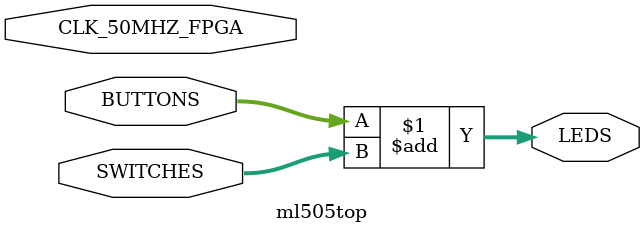
<source format=v>
`timescale 1ns / 1ps

module ml505top (
    input CLK_50MHZ_FPGA,
    input [1:0] BUTTONS,
    input [1:0] SWITCHES,
    output [5:0] LEDS
    );

    assign LEDS =  BUTTONS+SWITCHES;
  
endmodule
</source>
